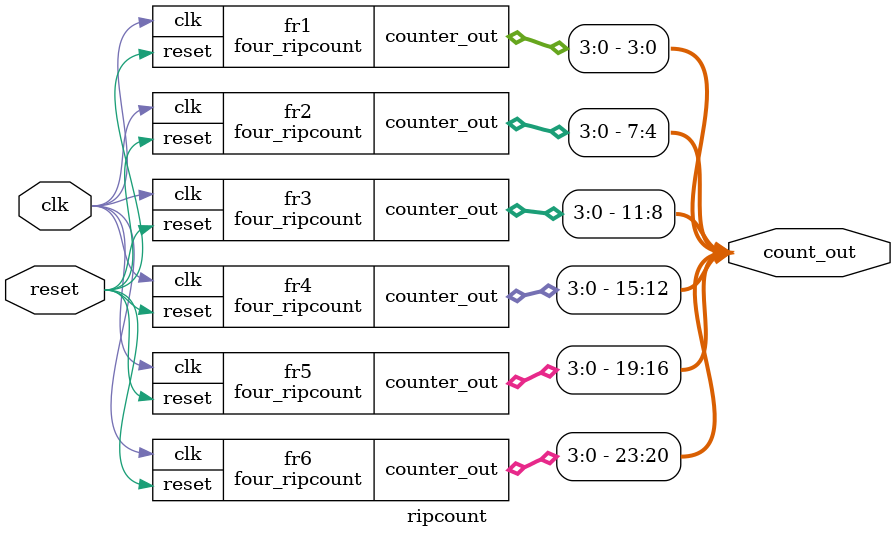
<source format=v>
`timescale 1ns / 1ps

module t_ff(
output reg q,
input clk,
input rst,
input t
);

always @(negedge clk) begin
    if(!rst)
        q <= 0;
    else
        if(t)
            q <= ~q;
        else
            q <= q;
end
endmodule

module four_ripcount(
input clk,
input reset,
output [3:0] counter_out
);

t_ff f0(counter_out[0], clk, reset, 1);
t_ff f1(counter_out[1], counter_out[0], reset, 1);
t_ff f2(counter_out[2], counter_out[1], reset, 1);
t_ff f3(counter_out[3], counter_out[2], reset, 1);
endmodule

module ripcount(
input clk,
input reset,
output [23:0] count_out
);

four_ripcount fr1(clk, reset, {count_out[3], count_out[2], count_out[1], count_out[0]});
four_ripcount fr2(clk, reset, {count_out[7], count_out[6], count_out[5], count_out[4]});
four_ripcount fr3(clk, reset, {count_out[11], count_out[10], count_out[9], count_out[8]});
four_ripcount fr4(clk, reset, {count_out[15], count_out[14], count_out[13], count_out[12]});
four_ripcount fr5(clk, reset, {count_out[19], count_out[18], count_out[17], count_out[16]});
four_ripcount fr6(clk, reset, {count_out[23], count_out[22], count_out[21], count_out[20]});

endmodule

</source>
